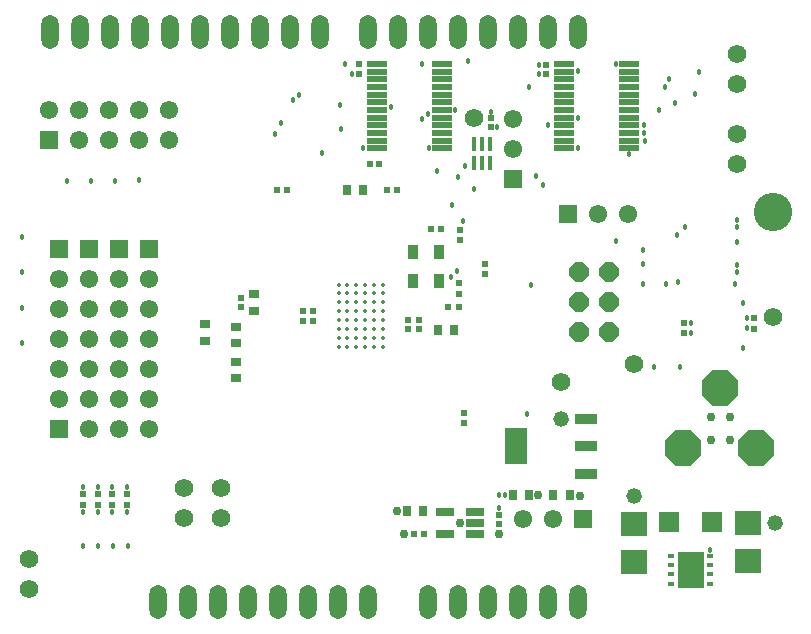
<source format=gbs>
%FSTAX25Y25*%
%MOIN*%
G70*
G01*
G75*
G04 Layer_Color=16711935*
%ADD10O,0.07087X0.01181*%
%ADD11O,0.01181X0.07087*%
%ADD12O,0.07284X0.01378*%
%ADD13R,0.08071X0.02756*%
%ADD14R,0.01772X0.02165*%
%ADD15R,0.03150X0.03150*%
%ADD16R,0.01575X0.02559*%
%ADD17R,0.02992X0.06299*%
%ADD18R,0.07874X0.06299*%
%ADD19R,0.02047X0.02047*%
%ADD20R,0.02047X0.02047*%
%ADD21R,0.03543X0.02756*%
%ADD22R,0.02756X0.03543*%
%ADD23R,0.02165X0.01772*%
%ADD24C,0.01000*%
%ADD25C,0.00500*%
%ADD26C,0.03000*%
%ADD27C,0.00700*%
%ADD28C,0.02000*%
%ADD29C,0.00669*%
%ADD30C,0.00591*%
%ADD31R,0.25197X0.25197*%
%ADD32C,0.06000*%
%ADD33P,0.12784X8X202.5*%
%ADD34P,0.12784X8X292.5*%
%ADD35C,0.05906*%
%ADD36R,0.05906X0.05906*%
%ADD37R,0.05906X0.05906*%
%ADD38P,0.06711X8X292.5*%
%ADD39O,0.05600X0.11200*%
%ADD40C,0.12600*%
%ADD41C,0.01969*%
%ADD42C,0.01600*%
%ADD43C,0.05000*%
%ADD44C,0.01595*%
%ADD45C,0.02800*%
%ADD46C,0.04000*%
%ADD47R,0.70200X0.25400*%
%ADD48C,0.07550*%
%ADD49O,0.08724X0.11087*%
%ADD50O,0.11087X0.08724*%
%ADD51C,0.07543*%
G04:AMPARAMS|DCode=52|XSize=95.433mil|YSize=95.433mil|CornerRadius=0mil|HoleSize=0mil|Usage=FLASHONLY|Rotation=0.000|XOffset=0mil|YOffset=0mil|HoleType=Round|Shape=Relief|Width=10mil|Gap=10mil|Entries=4|*
%AMTHD52*
7,0,0,0.09543,0.07543,0.01000,45*
%
%ADD52THD52*%
%ADD53C,0.07800*%
%ADD54C,0.07400*%
G04:AMPARAMS|DCode=55|XSize=95.5mil|YSize=95.5mil|CornerRadius=0mil|HoleSize=0mil|Usage=FLASHONLY|Rotation=0.000|XOffset=0mil|YOffset=0mil|HoleType=Round|Shape=Relief|Width=10mil|Gap=10mil|Entries=4|*
%AMTHD55*
7,0,0,0.09550,0.07550,0.01000,45*
%
%ADD55THD55*%
%ADD56C,0.16600*%
%ADD57C,0.06800*%
G04:AMPARAMS|DCode=58|XSize=70mil|YSize=70mil|CornerRadius=0mil|HoleSize=0mil|Usage=FLASHONLY|Rotation=0.000|XOffset=0mil|YOffset=0mil|HoleType=Round|Shape=Relief|Width=10mil|Gap=10mil|Entries=4|*
%AMTHD58*
7,0,0,0.07000,0.05000,0.01000,45*
%
%ADD58THD58*%
%ADD59C,0.05600*%
%AMTHOVALD60*
21,1,0.02362,0.10724,0,0,270.0*
1,1,0.10724,0.00000,0.01181*
1,1,0.10724,0.00000,-0.01181*
21,0,0.02362,0.08724,0,0,270.0*
1,0,0.08724,0.00000,0.01181*
1,0,0.08724,0.00000,-0.01181*
4,0,4,-0.00354,0.00828,-0.04145,0.04619,-0.03438,0.05326,0.00354,0.01535,-0.00354,0.00828,0.0*
4,0,4,-0.00354,-0.01535,0.03438,-0.05326,0.04145,-0.04619,0.00354,-0.00828,-0.00354,-0.01535,0.0*
4,0,4,-0.00354,0.01535,0.03438,0.05326,0.04145,0.04619,0.00354,0.00828,-0.00354,0.01535,0.0*
4,0,4,-0.00354,-0.00828,-0.04145,-0.04619,-0.03438,-0.05326,0.00354,-0.01535,-0.00354,-0.00828,0.0*
%
%ADD60THOVALD60*%

%AMTHOVALD61*
21,1,0.02362,0.10724,0,0,360.0*
1,1,0.10724,-0.01181,0.00000*
1,1,0.10724,0.01181,0.00000*
21,0,0.02362,0.08724,0,0,360.0*
1,0,0.08724,-0.01181,0.00000*
1,0,0.08724,0.01181,0.00000*
4,0,4,-0.00828,-0.00354,-0.04619,-0.04145,-0.05326,-0.03438,-0.01535,0.00354,-0.00828,-0.00354,0.0*
4,0,4,0.01535,-0.00354,0.05326,0.03438,0.04619,0.04145,0.00828,0.00354,0.01535,-0.00354,0.0*
4,0,4,-0.01535,-0.00354,-0.05326,0.03438,-0.04619,0.04145,-0.00828,0.00354,-0.01535,-0.00354,0.0*
4,0,4,0.00828,-0.00354,0.04619,-0.04145,0.05326,-0.03438,0.01535,0.00354,0.00828,-0.00354,0.0*
%
%ADD61THOVALD61*%

G04:AMPARAMS|DCode=62|XSize=98mil|YSize=98mil|CornerRadius=0mil|HoleSize=0mil|Usage=FLASHONLY|Rotation=0.000|XOffset=0mil|YOffset=0mil|HoleType=Round|Shape=Relief|Width=10mil|Gap=10mil|Entries=4|*
%AMTHD62*
7,0,0,0.09800,0.07800,0.01000,45*
%
%ADD62THD62*%
G04:AMPARAMS|DCode=63|XSize=94mil|YSize=94mil|CornerRadius=0mil|HoleSize=0mil|Usage=FLASHONLY|Rotation=0.000|XOffset=0mil|YOffset=0mil|HoleType=Round|Shape=Relief|Width=10mil|Gap=10mil|Entries=4|*
%AMTHD63*
7,0,0,0.09400,0.07400,0.01000,45*
%
%ADD63THD63*%
G04:AMPARAMS|DCode=64|XSize=88mil|YSize=88mil|CornerRadius=0mil|HoleSize=0mil|Usage=FLASHONLY|Rotation=0.000|XOffset=0mil|YOffset=0mil|HoleType=Round|Shape=Relief|Width=10mil|Gap=10mil|Entries=4|*
%AMTHD64*
7,0,0,0.08800,0.06800,0.01000,45*
%
%ADD64THD64*%
G04:AMPARAMS|DCode=65|XSize=76mil|YSize=76mil|CornerRadius=0mil|HoleSize=0mil|Usage=FLASHONLY|Rotation=0.000|XOffset=0mil|YOffset=0mil|HoleType=Round|Shape=Relief|Width=10mil|Gap=10mil|Entries=4|*
%AMTHD65*
7,0,0,0.07600,0.05600,0.01000,45*
%
%ADD65THD65*%
%ADD66R,0.06102X0.01378*%
%ADD67O,0.01378X0.04724*%
%ADD68R,0.07480X0.12205*%
%ADD69R,0.07480X0.03150*%
%ADD70R,0.06299X0.02559*%
%ADD71R,0.01969X0.01181*%
%ADD72R,0.08661X0.11811*%
%ADD73C,0.01181*%
%ADD74R,0.03543X0.04724*%
%ADD75R,0.06693X0.06614*%
%ADD76R,0.08661X0.07874*%
%ADD77C,0.05000*%
%ADD78C,0.01500*%
%ADD79C,0.01300*%
%ADD80C,0.00984*%
%ADD81C,0.02362*%
%ADD82C,0.02165*%
%ADD83C,0.00787*%
%ADD84C,0.00600*%
%ADD85C,0.01200*%
%ADD86R,0.03937X0.02953*%
%ADD87O,0.07487X0.01581*%
%ADD88O,0.01581X0.07487*%
%ADD89O,0.07684X0.01778*%
%ADD90R,0.08471X0.03156*%
%ADD91R,0.02172X0.02565*%
%ADD92R,0.03550X0.03550*%
%ADD93R,0.01975X0.02959*%
%ADD94R,0.03392X0.06699*%
%ADD95R,0.08274X0.06699*%
%ADD96R,0.02447X0.02447*%
%ADD97R,0.02447X0.02447*%
%ADD98R,0.03943X0.03156*%
%ADD99R,0.03156X0.03943*%
%ADD100R,0.02565X0.02172*%
%ADD101O,0.07287X0.01381*%
%ADD102O,0.01381X0.07287*%
%ADD103O,0.07484X0.01578*%
%ADD104R,0.08271X0.02956*%
%ADD105R,0.01972X0.02365*%
%ADD106R,0.03350X0.03350*%
%ADD107R,0.01775X0.02759*%
%ADD108R,0.03192X0.06499*%
%ADD109R,0.08074X0.06499*%
%ADD110R,0.02247X0.02247*%
%ADD111R,0.02247X0.02247*%
%ADD112R,0.03743X0.02956*%
%ADD113R,0.02956X0.03743*%
%ADD114R,0.02365X0.01972*%
%ADD115C,0.06200*%
%ADD116P,0.13001X8X202.5*%
%ADD117P,0.13001X8X292.5*%
%ADD118C,0.06106*%
%ADD119R,0.06106X0.06106*%
%ADD120R,0.06106X0.06106*%
%ADD121P,0.06927X8X292.5*%
%ADD122O,0.05800X0.11400*%
%ADD123C,0.12800*%
%ADD124C,0.02169*%
%ADD125C,0.01800*%
%ADD126C,0.05200*%
%ADD127C,0.03000*%
%ADD128R,0.06654X0.01929*%
%ADD129O,0.01578X0.04924*%
%ADD130R,0.07680X0.12405*%
%ADD131R,0.07680X0.03350*%
%ADD132R,0.06499X0.02759*%
%ADD133R,0.02369X0.01581*%
%ADD134R,0.09061X0.12211*%
%ADD135C,0.01381*%
%ADD136R,0.03743X0.04924*%
%ADD137R,0.06893X0.06814*%
%ADD138R,0.08861X0.08074*%
D105*
X0255272Y02084D02*
D03*
X0251728D02*
D03*
D110*
X0240525Y01326D02*
D03*
X0243675D02*
D03*
X0228775Y02558D02*
D03*
X0225625D02*
D03*
X0198Y0247335D02*
D03*
X019485D02*
D03*
X0231525Y02471D02*
D03*
X0234675D02*
D03*
X0246225Y02341D02*
D03*
X0249375D02*
D03*
D111*
X0265945Y027126D02*
D03*
Y026811D02*
D03*
X0222146Y0289173D02*
D03*
Y0286024D02*
D03*
X0284547Y0288976D02*
D03*
Y0285827D02*
D03*
X02385Y0200825D02*
D03*
Y0203975D02*
D03*
X02033Y0203725D02*
D03*
Y0206875D02*
D03*
X02068Y0203725D02*
D03*
Y0206875D02*
D03*
X0242Y0200825D02*
D03*
Y0203975D02*
D03*
X01827Y0208125D02*
D03*
Y0211275D02*
D03*
X02642Y0222475D02*
D03*
Y0219325D02*
D03*
X02688Y0135925D02*
D03*
Y0139075D02*
D03*
D112*
X01707Y0196944D02*
D03*
Y0202456D02*
D03*
X0187Y0212556D02*
D03*
Y0207044D02*
D03*
X01812Y0196244D02*
D03*
Y0201756D02*
D03*
Y0184444D02*
D03*
Y0189956D02*
D03*
D113*
X0243556Y01402D02*
D03*
X0238044D02*
D03*
X0278856Y01456D02*
D03*
X0273344D02*
D03*
X0292256D02*
D03*
X0286744D02*
D03*
X0248244Y02005D02*
D03*
X0253756D02*
D03*
X0217944Y02474D02*
D03*
X0223456D02*
D03*
D114*
X0144882Y0145866D02*
D03*
Y0142323D02*
D03*
X0139764Y0145866D02*
D03*
Y0142323D02*
D03*
X0135039Y0145866D02*
D03*
Y0142323D02*
D03*
X0129921Y0145866D02*
D03*
Y0142323D02*
D03*
X0330543Y0203058D02*
D03*
Y0199515D02*
D03*
X0353839Y0200984D02*
D03*
Y0204527D02*
D03*
X02571Y0169528D02*
D03*
Y0173072D02*
D03*
X02555Y0216272D02*
D03*
Y0212728D02*
D03*
X02556Y0230528D02*
D03*
Y0234072D02*
D03*
D115*
X0313583Y0189173D02*
D03*
X0175984Y0147795D02*
D03*
Y0137795D02*
D03*
X0289469Y0183169D02*
D03*
X0260531Y0271358D02*
D03*
X0112205Y0124409D02*
D03*
Y0114409D02*
D03*
X034813Y029252D02*
D03*
Y028252D02*
D03*
Y0265787D02*
D03*
Y0255787D02*
D03*
X0163863Y0147833D02*
D03*
Y0137833D02*
D03*
X036Y0205D02*
D03*
D116*
X0354331Y0161417D02*
D03*
X0329921D02*
D03*
D117*
X034252Y0181102D02*
D03*
D118*
X01587Y02738D02*
D03*
Y02638D02*
D03*
X01487Y02738D02*
D03*
Y02638D02*
D03*
X01387Y02738D02*
D03*
Y02638D02*
D03*
X01287Y02738D02*
D03*
Y02638D02*
D03*
X01187Y02738D02*
D03*
X01322Y01776D02*
D03*
Y01876D02*
D03*
Y01976D02*
D03*
Y02076D02*
D03*
Y02176D02*
D03*
Y01676D02*
D03*
X01422D02*
D03*
X01522D02*
D03*
X02767Y01375D02*
D03*
X02867D02*
D03*
X01222Y02176D02*
D03*
Y02076D02*
D03*
Y01976D02*
D03*
Y01876D02*
D03*
Y01776D02*
D03*
X0273524Y0270886D02*
D03*
Y0260886D02*
D03*
X0301634Y0239173D02*
D03*
X0311634D02*
D03*
X01422Y01776D02*
D03*
Y01876D02*
D03*
Y01976D02*
D03*
Y02076D02*
D03*
Y02176D02*
D03*
X01522D02*
D03*
Y02076D02*
D03*
Y01976D02*
D03*
Y01876D02*
D03*
Y01776D02*
D03*
D119*
X01187Y02638D02*
D03*
X01222Y01676D02*
D03*
X02967Y01375D02*
D03*
X0291634Y0239173D02*
D03*
D120*
X01322Y02276D02*
D03*
X01222D02*
D03*
X0273524Y0250886D02*
D03*
X01422Y02276D02*
D03*
X01522D02*
D03*
D121*
X0305394Y0199941D02*
D03*
X0295394D02*
D03*
X0305394Y0209941D02*
D03*
X0295394D02*
D03*
X0305394Y0219941D02*
D03*
X0295394D02*
D03*
D122*
X0209Y03D02*
D03*
X0199D02*
D03*
X0189D02*
D03*
X0179D02*
D03*
X0169D02*
D03*
X0159D02*
D03*
X0149D02*
D03*
X0139D02*
D03*
X0129D02*
D03*
X0119D02*
D03*
X0225Y011D02*
D03*
X0215D02*
D03*
X0205D02*
D03*
X0195D02*
D03*
X0185D02*
D03*
X0175D02*
D03*
X0165D02*
D03*
X0155D02*
D03*
X0245D02*
D03*
X0255D02*
D03*
X0265D02*
D03*
X0275D02*
D03*
X0285D02*
D03*
X0295D02*
D03*
Y03D02*
D03*
X0285D02*
D03*
X0275D02*
D03*
X0265D02*
D03*
X0255D02*
D03*
X0245D02*
D03*
X0235D02*
D03*
X0225D02*
D03*
D123*
X036Y024D02*
D03*
D124*
X0334668Y01207D02*
D03*
X0330732D02*
D03*
X03327Y0123456D02*
D03*
Y0117944D02*
D03*
D125*
X0279429Y0215453D02*
D03*
X0281102Y0251969D02*
D03*
X0278051Y0172539D02*
D03*
X0285138Y0268799D02*
D03*
X0278642Y0281594D02*
D03*
X0295177Y0286811D02*
D03*
X0258366Y0290256D02*
D03*
X0282087Y0288976D02*
D03*
X0217421Y0289173D02*
D03*
X0209646Y0259646D02*
D03*
X0307579Y0289272D02*
D03*
X029498Y0261122D02*
D03*
X0223425Y0261122D02*
D03*
X024311Y0289272D02*
D03*
X0215748Y0275492D02*
D03*
X024498Y0272638D02*
D03*
X0322146Y0273917D02*
D03*
X0325492Y0284154D02*
D03*
X0323917Y0281594D02*
D03*
X0327362Y0276378D02*
D03*
X0283366Y0248917D02*
D03*
X0335531Y0286713D02*
D03*
X0333957Y0279134D02*
D03*
X0317323Y0263681D02*
D03*
X0316634Y0227165D02*
D03*
X025315Y0242126D02*
D03*
X0256594Y0237008D02*
D03*
X0260531Y0247736D02*
D03*
X0248228Y0253445D02*
D03*
X0268012Y0268209D02*
D03*
X0201969Y0279035D02*
D03*
X0257395Y0255327D02*
D03*
X0317224Y026624D02*
D03*
Y0268799D02*
D03*
X0242925Y0271076D02*
D03*
X0196063Y0269587D02*
D03*
X02Y0277362D02*
D03*
X0194177Y0266027D02*
D03*
X0312205Y0259252D02*
D03*
X0255118Y0251673D02*
D03*
X0254035Y0273819D02*
D03*
X0245276Y0261122D02*
D03*
X029498Y0271358D02*
D03*
X0252756Y0218209D02*
D03*
X0254626Y0220276D02*
D03*
X0347933Y0237402D02*
D03*
Y0234842D02*
D03*
X0282185Y0285827D02*
D03*
X0232677Y0274803D02*
D03*
X0219685Y0286024D02*
D03*
X0330709Y0234941D02*
D03*
X0328346Y0216535D02*
D03*
X0350197Y0209547D02*
D03*
X0320472Y0188206D02*
D03*
X0316732Y0222441D02*
D03*
X0347933Y0219882D02*
D03*
Y0222342D02*
D03*
X0307776Y0230315D02*
D03*
X0347933Y0229921D02*
D03*
X0327953Y0232185D02*
D03*
X0351378Y0204528D02*
D03*
X0351476Y0201181D02*
D03*
X0332677Y0199508D02*
D03*
X0316732Y0216043D02*
D03*
X0324508Y0215945D02*
D03*
X0350197Y0194488D02*
D03*
X0265945Y0273425D02*
D03*
X0216043Y0267717D02*
D03*
X01487Y0250472D02*
D03*
X01246Y02504D02*
D03*
X01326D02*
D03*
X01406Y0250372D02*
D03*
X0329072Y0188206D02*
D03*
X0332684Y0203058D02*
D03*
X03392Y01271D02*
D03*
X02687Y01456D02*
D03*
X0270844Y01456D02*
D03*
X02688Y0141219D02*
D03*
X0109744Y0196161D02*
D03*
Y0207972D02*
D03*
Y0219783D02*
D03*
Y0231594D02*
D03*
X0129921Y0148425D02*
D03*
X0135039D02*
D03*
X0139764D02*
D03*
X0144882D02*
D03*
X0129921Y0139764D02*
D03*
X0135039D02*
D03*
X0139764D02*
D03*
X0144882D02*
D03*
X0145079Y0128661D02*
D03*
X0140079D02*
D03*
X0135079D02*
D03*
X0130079D02*
D03*
X0347399Y0215945D02*
D03*
D126*
X028937Y0170866D02*
D03*
X03138Y01451D02*
D03*
X0360701Y0136199D02*
D03*
D127*
X02348Y01402D02*
D03*
X02372Y01326D02*
D03*
X0295625Y01454D02*
D03*
X02556Y01364D02*
D03*
X02819Y01456D02*
D03*
X02688Y01327D02*
D03*
X033937Y0171653D02*
D03*
X0345571Y0171752D02*
D03*
X033937Y0163779D02*
D03*
X0345866Y0163878D02*
D03*
D128*
X0290354Y0261122D02*
D03*
Y0263681D02*
D03*
Y026624D02*
D03*
Y0268799D02*
D03*
Y0271358D02*
D03*
Y0273917D02*
D03*
Y0276476D02*
D03*
Y0279035D02*
D03*
Y0281594D02*
D03*
Y0284154D02*
D03*
Y0286713D02*
D03*
Y0289272D02*
D03*
X0312205Y0261122D02*
D03*
Y0263681D02*
D03*
Y026624D02*
D03*
Y0268799D02*
D03*
Y0271358D02*
D03*
Y0273917D02*
D03*
Y0276476D02*
D03*
Y0279035D02*
D03*
Y0281594D02*
D03*
Y0284154D02*
D03*
Y0286713D02*
D03*
Y0289272D02*
D03*
X0228051Y0261122D02*
D03*
Y0263681D02*
D03*
Y026624D02*
D03*
Y0268799D02*
D03*
Y0271358D02*
D03*
Y0273917D02*
D03*
Y0276476D02*
D03*
Y0279035D02*
D03*
Y0281594D02*
D03*
Y0284154D02*
D03*
Y0286713D02*
D03*
Y0289272D02*
D03*
X0249902Y0261122D02*
D03*
Y0263681D02*
D03*
Y026624D02*
D03*
Y0268799D02*
D03*
Y0271358D02*
D03*
Y0273917D02*
D03*
Y0276476D02*
D03*
Y0279035D02*
D03*
Y0281594D02*
D03*
Y0284154D02*
D03*
Y0286713D02*
D03*
Y0289272D02*
D03*
D129*
X026565Y0256201D02*
D03*
X026309D02*
D03*
X0260531D02*
D03*
X026565Y02625D02*
D03*
X026309D02*
D03*
X0260531D02*
D03*
D130*
X0274486Y01618D02*
D03*
D131*
X0297714Y0152745D02*
D03*
Y01618D02*
D03*
Y0170855D02*
D03*
D132*
X0260721Y014004D02*
D03*
Y01363D02*
D03*
Y013256D02*
D03*
X0250879D02*
D03*
Y014004D02*
D03*
D133*
X0339196Y0125424D02*
D03*
Y0122275D02*
D03*
Y0119125D02*
D03*
Y0115976D02*
D03*
X0326204D02*
D03*
Y0119125D02*
D03*
Y0122275D02*
D03*
Y0125424D02*
D03*
D134*
X03327Y01207D02*
D03*
D135*
X0215265Y0195065D02*
D03*
X0218218D02*
D03*
X0221171D02*
D03*
X0224124D02*
D03*
X0227076D02*
D03*
X0230029D02*
D03*
X0215265Y0198018D02*
D03*
X0218218D02*
D03*
X0221171D02*
D03*
X0224124D02*
D03*
X0227076D02*
D03*
X0230029D02*
D03*
X0215265Y0200971D02*
D03*
X0218218D02*
D03*
X0221171D02*
D03*
X0224124D02*
D03*
X0227076D02*
D03*
X0230029D02*
D03*
X0215265Y0203924D02*
D03*
X0218218D02*
D03*
X0221171D02*
D03*
X0224124D02*
D03*
X0227076D02*
D03*
X0230029D02*
D03*
X0215265Y0206876D02*
D03*
X0218218D02*
D03*
X0221171D02*
D03*
X0224124D02*
D03*
X0227076D02*
D03*
X0230029D02*
D03*
X0215265Y0209829D02*
D03*
X0218218D02*
D03*
X0221171D02*
D03*
X0224124D02*
D03*
X0227076D02*
D03*
X0230029D02*
D03*
X0215265Y0212782D02*
D03*
X0218218D02*
D03*
X0221171D02*
D03*
X0224124D02*
D03*
X0227076D02*
D03*
X0230029D02*
D03*
X0215265Y0215735D02*
D03*
X0218218D02*
D03*
X0221171D02*
D03*
X0224124D02*
D03*
X0227076D02*
D03*
X0230029D02*
D03*
D136*
X0239969Y0216779D02*
D03*
Y0226621D02*
D03*
X0248631Y0216779D02*
D03*
Y0226621D02*
D03*
D137*
X0339647Y01366D02*
D03*
X0325553D02*
D03*
D138*
X03138Y0123401D02*
D03*
Y0135999D02*
D03*
X03516Y0123601D02*
D03*
Y0136199D02*
D03*
M02*

</source>
